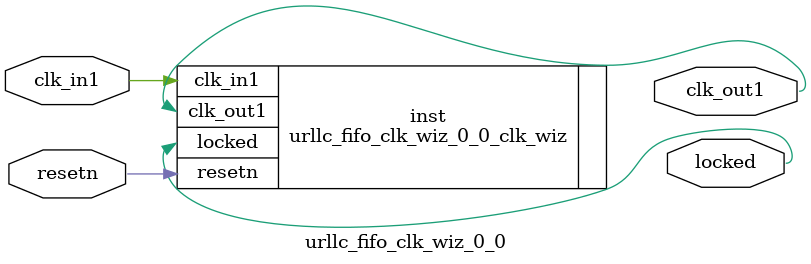
<source format=v>


`timescale 1ps/1ps

(* CORE_GENERATION_INFO = "urllc_fifo_clk_wiz_0_0,clk_wiz_v6_0_2_0_0,{component_name=urllc_fifo_clk_wiz_0_0,use_phase_alignment=true,use_min_o_jitter=false,use_max_i_jitter=false,use_dyn_phase_shift=false,use_inclk_switchover=false,use_dyn_reconfig=false,enable_axi=0,feedback_source=FDBK_AUTO,PRIMITIVE=MMCM,num_out_clk=1,clkin1_period=16.667,clkin2_period=10.0,use_power_down=false,use_reset=true,use_locked=true,use_inclk_stopped=false,feedback_type=SINGLE,CLOCK_MGR_TYPE=NA,manual_override=false}" *)

module urllc_fifo_clk_wiz_0_0 
 (
  // Clock out ports
  output        clk_out1,
  // Status and control signals
  input         resetn,
  output        locked,
 // Clock in ports
  input         clk_in1
 );

  urllc_fifo_clk_wiz_0_0_clk_wiz inst
  (
  // Clock out ports  
  .clk_out1(clk_out1),
  // Status and control signals               
  .resetn(resetn), 
  .locked(locked),
 // Clock in ports
  .clk_in1(clk_in1)
  );

endmodule

</source>
